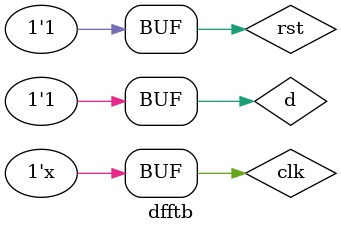
<source format=v>
`timescale 1ns / 1ps


module dfftb;

	// Inputs
	reg d;
	reg clk;
	reg rst;

	// Outputs
	wire q;

	// Instantiate the Unit Under Test (UUT)
	dff uut (
		.d(d), 
		.q(q), 
		.clk(clk), 
		.rst(rst)
	); 
	
	always  
		#5 clk = ~clk; 

	initial begin
		// Initialize Inputs
		d = 0;
		clk = 0;
		rst = 0;

		// Wait 100 ns for global reset to finish
		#100;
        
		// Add stimulus here 
		
		#5 {d,rst} = 2'b01; 
		#5 {d,rst} = 2'b11;
		
		

	end
      
endmodule


</source>
